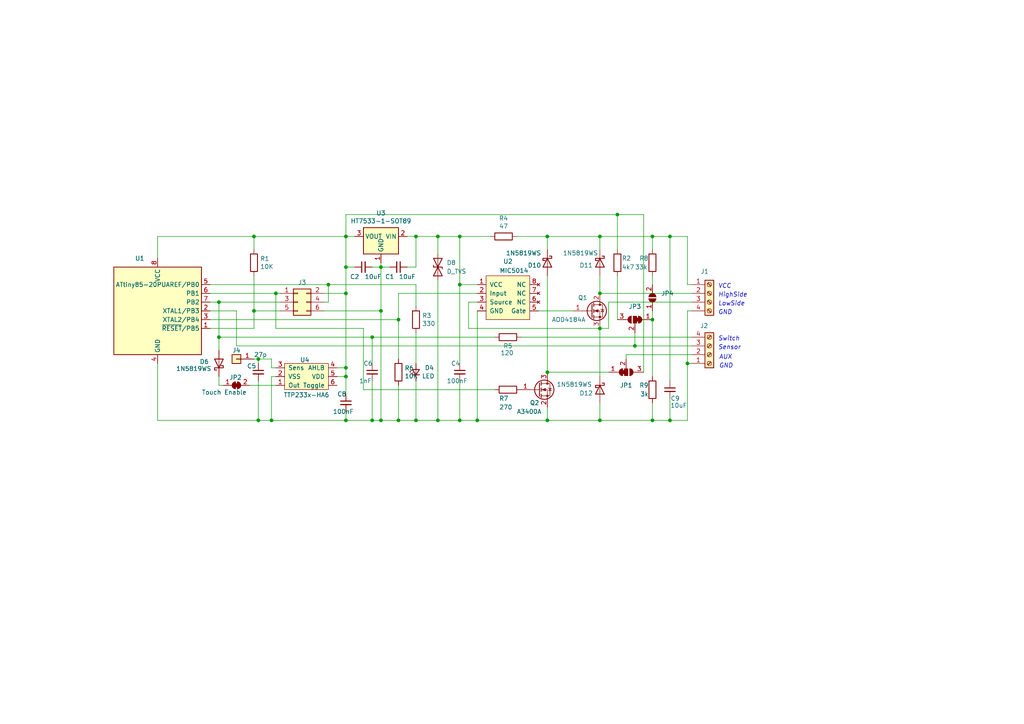
<source format=kicad_sch>
(kicad_sch (version 20231120) (generator "eeschema") (generator_version "8.0")
  (paper "A4")
  (lib_symbols
    (symbol "Connector:Screw_Terminal_01x04" (pin_names (offset 1.016) hide)
      (property "Reference" "J" (at 0 5.08 0))
      (property "Value" "Screw_Terminal_01x04" (at 0 -7.62 0))
      (symbol "Screw_Terminal_01x04_1_1"
        (rectangle (start -1.27 3.81) (end 1.27 -6.35) (stroke (width 0.254)) (fill (type background)))
        (circle (center 0 -5.08) (radius 0.635) (stroke (width 0.1524)))
        (circle (center 0 -2.54) (radius 0.635) (stroke (width 0.1524)))
        (polyline (pts (xy -0.5334 -4.7498) (xy 0.3302 -5.588)) (stroke (width 0.1524)))
        (polyline (pts (xy -0.5334 -2.2098) (xy 0.3302 -3.048)) (stroke (width 0.1524)))
        (polyline (pts (xy -0.5334 0.3302) (xy 0.3302 -0.508)) (stroke (width 0.1524)))
        (polyline (pts (xy -0.5334 2.8702) (xy 0.3302 2.032)) (stroke (width 0.1524)))
        (polyline (pts (xy -0.3556 -4.572) (xy 0.508 -5.4102)) (stroke (width 0.1524)))
        (polyline (pts (xy -0.3556 -2.032) (xy 0.508 -2.8702)) (stroke (width 0.1524)))
        (polyline (pts (xy -0.3556 0.508) (xy 0.508 -0.3302)) (stroke (width 0.1524)))
        (polyline (pts (xy -0.3556 3.048) (xy 0.508 2.2098)) (stroke (width 0.1524)))
        (circle (center 0 0) (radius 0.635) (stroke (width 0.1524)))
        (circle (center 0 2.54) (radius 0.635) (stroke (width 0.1524)))
        (pin passive line (at -5.08 2.54 0) (length 3.81) (name "Pin_1") (number "1"))
        (pin passive line (at -5.08 0 0) (length 3.81) (name "Pin_2") (number "2"))
        (pin passive line (at -5.08 -2.54 0) (length 3.81) (name "Pin_3") (number "3"))
        (pin passive line (at -5.08 -5.08 0) (length 3.81) (name "Pin_4") (number "4"))
      )
    )
    (symbol "Connector_Generic:Conn_01x01" (pin_names (offset 1.016) hide)
      (property "Reference" "J" (at 0 2.54 0))
      (property "Value" "Conn_01x01" (at 0 -2.54 0))
      (symbol "Conn_01x01_1_1"
        (rectangle (start -1.27 0.127) (end 0 -0.127) (stroke (width 0.1524)))
        (rectangle (start -1.27 1.27) (end 1.27 -1.27) (stroke (width 0.254)) (fill (type background)))
        (pin passive line (at -5.08 0 0) (length 3.81) (name "Pin_1") (number "1"))
      )
    )
    (symbol "Connector_Generic:Conn_02x03_Odd_Even" (pin_names (offset 1.016) hide)
      (property "Reference" "J" (at 1.27 5.08 0))
      (property "Value" "Conn_02x03_Odd_Even" (at 1.27 -5.08 0))
      (symbol "Conn_02x03_Odd_Even_1_1"
        (rectangle (start -1.27 -2.413) (end 0 -2.667) (stroke (width 0.1524)))
        (rectangle (start -1.27 0.127) (end 0 -0.127) (stroke (width 0.1524)))
        (rectangle (start -1.27 2.667) (end 0 2.413) (stroke (width 0.1524)))
        (rectangle (start -1.27 3.81) (end 3.81 -3.81) (stroke (width 0.254)) (fill (type background)))
        (rectangle (start 3.81 -2.413) (end 2.54 -2.667) (stroke (width 0.1524)))
        (rectangle (start 3.81 0.127) (end 2.54 -0.127) (stroke (width 0.1524)))
        (rectangle (start 3.81 2.667) (end 2.54 2.413) (stroke (width 0.1524)))
        (pin passive line (at -5.08 2.54 0) (length 3.81) (name "Pin_1") (number "1"))
        (pin passive line (at 7.62 2.54 180) (length 3.81) (name "Pin_2") (number "2"))
        (pin passive line (at -5.08 0 0) (length 3.81) (name "Pin_3") (number "3"))
        (pin passive line (at 7.62 0 180) (length 3.81) (name "Pin_4") (number "4"))
        (pin passive line (at -5.08 -2.54 0) (length 3.81) (name "Pin_5") (number "5"))
        (pin passive line (at 7.62 -2.54 180) (length 3.81) (name "Pin_6") (number "6"))
      )
    )
    (symbol "Device:C_Small" (pin_numbers hide) (pin_names (offset 0.254) hide)
      (property "Reference" "C" (at 0.254 1.778 0))
      (property "Value" "C_Small" (at 0.254 -2.032 0))
      (symbol "C_Small_0_1"
        (polyline (pts (xy -1.524 -0.508) (xy 1.524 -0.508)) (stroke (width 0.3302)))
        (polyline (pts (xy -1.524 0.508) (xy 1.524 0.508)) (stroke (width 0.3048)))
      )
      (symbol "C_Small_1_1"
        (pin passive line (at 0 2.54 270) (length 2.032) (name "~") (number "1"))
        (pin passive line (at 0 -2.54 90) (length 2.032) (name "~") (number "2"))
      )
    )
    (symbol "Device:D_TVS" (pin_numbers hide) (pin_names (offset 1.016) hide)
      (property "Reference" "D" (at 0 2.54 0))
      (property "Value" "D_TVS" (at 0 -2.54 0))
      (symbol "D_TVS_0_1"
        (polyline (pts (xy 1.27 0) (xy -1.27 0)))
        (polyline (pts (xy 0.508 1.27) (xy 0 1.27) (xy 0 -1.27) (xy -0.508 -1.27)) (stroke (width 0.254)))
        (polyline (pts (xy -2.54 1.27) (xy -2.54 -1.27) (xy 2.54 1.27) (xy 2.54 -1.27) (xy -2.54 1.27)) (stroke (width 0.254)))
      )
      (symbol "D_TVS_1_1"
        (pin passive line (at -3.81 0 0) (length 2.54) (name "A1") (number "1"))
        (pin passive line (at 3.81 0 180) (length 2.54) (name "A2") (number "2"))
      )
    )
    (symbol "Device:LED_Small" (pin_numbers hide) (pin_names (offset 0.254) hide)
      (property "Reference" "D" (at -1.27 3.175 0))
      (property "Value" "LED_Small" (at -4.445 -2.54 0))
      (symbol "LED_Small_0_1"
        (polyline (pts (xy -0.762 -1.016) (xy -0.762 1.016)) (stroke (width 0.254)))
        (polyline (pts (xy 1.016 0) (xy -0.762 0)))
        (polyline (pts (xy 0.762 -1.016) (xy -0.762 0) (xy 0.762 1.016) (xy 0.762 -1.016)) (stroke (width 0.254)))
        (polyline (pts (xy 0 0.762) (xy -0.508 1.27) (xy -0.254 1.27) (xy -0.508 1.27) (xy -0.508 1.016)))
        (polyline (pts (xy 0.508 1.27) (xy 0 1.778) (xy 0.254 1.778) (xy 0 1.778) (xy 0 1.524)))
      )
      (symbol "LED_Small_1_1"
        (pin passive line (at -2.54 0 0) (length 1.778) (name "K") (number "1"))
        (pin passive line (at 2.54 0 180) (length 1.778) (name "A") (number "2"))
      )
    )
    (symbol "Device:Q_NMOS_GDS" (pin_names (offset 0) hide)
      (property "Reference" "Q" (at 5.08 1.27 0))
      (property "Value" "Q_NMOS_GDS" (at 5.08 -1.27 0))
      (symbol "Q_NMOS_GDS_0_1"
        (polyline (pts (xy 0.254 0) (xy -2.54 0)))
        (polyline (pts (xy 0.254 1.905) (xy 0.254 -1.905)) (stroke (width 0.254)))
        (polyline (pts (xy 0.762 -1.27) (xy 0.762 -2.286)) (stroke (width 0.254)))
        (polyline (pts (xy 0.762 0.508) (xy 0.762 -0.508)) (stroke (width 0.254)))
        (polyline (pts (xy 0.762 2.286) (xy 0.762 1.27)) (stroke (width 0.254)))
        (polyline (pts (xy 2.54 2.54) (xy 2.54 1.778)))
        (polyline (pts (xy 2.54 -2.54) (xy 2.54 0) (xy 0.762 0)))
        (polyline (pts (xy 0.762 -1.778) (xy 3.302 -1.778) (xy 3.302 1.778) (xy 0.762 1.778)))
        (polyline (pts (xy 1.016 0) (xy 2.032 0.381) (xy 2.032 -0.381) (xy 1.016 0)) (fill (type outline)))
        (polyline (pts (xy 2.794 0.508) (xy 2.921 0.381) (xy 3.683 0.381) (xy 3.81 0.254)))
        (polyline (pts (xy 3.302 0.381) (xy 2.921 -0.254) (xy 3.683 -0.254) (xy 3.302 0.381)))
        (circle (center 1.651 0) (radius 2.794) (stroke (width 0.254)))
        (circle (center 2.54 -1.778) (radius 0.254) (fill (type outline)))
        (circle (center 2.54 1.778) (radius 0.254) (fill (type outline)))
      )
      (symbol "Q_NMOS_GDS_1_1"
        (pin input line (at -5.08 0 0) (length 2.54) (name "G") (number "1"))
        (pin passive line (at 2.54 5.08 270) (length 2.54) (name "D") (number "2"))
        (pin passive line (at 2.54 -5.08 90) (length 2.54) (name "S") (number "3"))
      )
    )
    (symbol "Device:Q_NMOS_GSD" (pin_names (offset 0) hide)
      (property "Reference" "Q" (at 5.08 1.27 0))
      (property "Value" "Q_NMOS_GSD" (at 5.08 -1.27 0))
      (symbol "Q_NMOS_GSD_0_1"
        (polyline (pts (xy 0.254 0) (xy -2.54 0)))
        (polyline (pts (xy 0.254 1.905) (xy 0.254 -1.905)) (stroke (width 0.254)))
        (polyline (pts (xy 0.762 -1.27) (xy 0.762 -2.286)) (stroke (width 0.254)))
        (polyline (pts (xy 0.762 0.508) (xy 0.762 -0.508)) (stroke (width 0.254)))
        (polyline (pts (xy 0.762 2.286) (xy 0.762 1.27)) (stroke (width 0.254)))
        (polyline (pts (xy 2.54 2.54) (xy 2.54 1.778)))
        (polyline (pts (xy 2.54 -2.54) (xy 2.54 0) (xy 0.762 0)))
        (polyline (pts (xy 0.762 -1.778) (xy 3.302 -1.778) (xy 3.302 1.778) (xy 0.762 1.778)))
        (polyline (pts (xy 1.016 0) (xy 2.032 0.381) (xy 2.032 -0.381) (xy 1.016 0)) (fill (type outline)))
        (polyline (pts (xy 2.794 0.508) (xy 2.921 0.381) (xy 3.683 0.381) (xy 3.81 0.254)))
        (polyline (pts (xy 3.302 0.381) (xy 2.921 -0.254) (xy 3.683 -0.254) (xy 3.302 0.381)))
        (circle (center 1.651 0) (radius 2.794) (stroke (width 0.254)))
        (circle (center 2.54 -1.778) (radius 0.254) (fill (type outline)))
        (circle (center 2.54 1.778) (radius 0.254) (fill (type outline)))
      )
      (symbol "Q_NMOS_GSD_1_1"
        (pin input line (at -5.08 0 0) (length 2.54) (name "G") (number "1"))
        (pin passive line (at 2.54 -5.08 90) (length 2.54) (name "S") (number "2"))
        (pin passive line (at 2.54 5.08 270) (length 2.54) (name "D") (number "3"))
      )
    )
    (symbol "Device:R" (pin_numbers hide) (pin_names (offset 0))
      (property "Reference" "R" (at 2.032 0 90))
      (property "Value" "R" (at 0 0 90))
      (symbol "R_0_1"
        (rectangle (start -1.016 -2.54) (end 1.016 2.54) (stroke (width 0.254)))
      )
      (symbol "R_1_1"
        (pin passive line (at 0 3.81 270) (length 1.27) (name "~") (number "1"))
        (pin passive line (at 0 -3.81 90) (length 1.27) (name "~") (number "2"))
      )
    )
    (symbol "Diode:1N5819WS" (pin_numbers hide) (pin_names (offset 1.016) hide)
      (property "Reference" "D" (at 0 2.54 0))
      (property "Value" "1N5819WS" (at 0 -2.54 0))
      (symbol "1N5819WS_0_1"
        (polyline (pts (xy 1.27 0) (xy -1.27 0)))
        (polyline (pts (xy 1.27 1.27) (xy 1.27 -1.27) (xy -1.27 0) (xy 1.27 1.27)) (stroke (width 0.254)))
        (polyline (pts (xy -1.905 0.635) (xy -1.905 1.27) (xy -1.27 1.27) (xy -1.27 -1.27) (xy -0.635 -1.27) (xy -0.635 -0.635)) (stroke (width 0.254)))
      )
      (symbol "1N5819WS_1_1"
        (pin passive line (at -3.81 0 0) (length 2.54) (name "K") (number "1"))
        (pin passive line (at 3.81 0 180) (length 2.54) (name "A") (number "2"))
      )
    )
    (symbol "GenControl2-rescue:ATtiny85-20PU-MCU_Microchip_ATtiny"
      (property "Reference" "U" (at -12.7 13.97 0))
      (property "Value" "MCU_Microchip_ATtiny_ATtiny85-20PU" (at 2.54 -13.97 0))
      (symbol "ATtiny85-20PU-MCU_Microchip_ATtiny_0_1"
        (rectangle (start -12.7 -12.7) (end 12.7 12.7) (stroke (width 0.254)) (fill (type background)))
      )
      (symbol "ATtiny85-20PU-MCU_Microchip_ATtiny_1_1"
        (pin bidirectional line (at 15.24 -5.08 180) (length 2.54) (name "~{RESET}/PB5") (number "1"))
        (pin bidirectional line (at 15.24 0 180) (length 2.54) (name "XTAL1/PB3") (number "2"))
        (pin bidirectional line (at 15.24 -2.54 180) (length 2.54) (name "XTAL2/PB4") (number "3"))
        (pin power_in line (at 0 -15.24 90) (length 2.54) (name "GND") (number "4"))
        (pin bidirectional line (at 15.24 7.62 180) (length 2.54) (name "AREF/PB0") (number "5"))
        (pin bidirectional line (at 15.24 5.08 180) (length 2.54) (name "PB1") (number "6"))
        (pin bidirectional line (at 15.24 2.54 180) (length 2.54) (name "PB2") (number "7"))
        (pin power_in line (at 0 15.24 270) (length 2.54) (name "VCC") (number "8"))
      )
    )
    (symbol "GenControl:MIC5014" (pin_names (offset 1.016))
      (property "Reference" "U" (at 0 -1.27 0))
      (property "Value" "MIC5014" (at 0 1.27 0))
      (symbol "MIC5014_0_1"
        (rectangle (start -6.35 -2.54) (end 6.35 -15.24) (fill (type background)))
      )
      (symbol "MIC5014_1_1"
        (pin power_in line (at -8.89 -5.08 0) (length 2.54) (name "VCC") (number "1"))
        (pin input line (at -8.89 -7.62 0) (length 2.54) (name "Input") (number "2"))
        (pin input line (at -8.89 -10.16 0) (length 2.54) (name "Source") (number "3"))
        (pin power_in line (at -8.89 -12.7 0) (length 2.54) (name "GND") (number "4"))
        (pin output line (at 8.89 -12.7 180) (length 2.54) (name "Gate") (number "5"))
        (pin no_connect line (at 8.89 -10.16 180) (length 2.54) (name "NC") (number "6"))
        (pin no_connect line (at 8.89 -7.62 180) (length 2.54) (name "NC") (number "7"))
        (pin no_connect line (at 8.89 -5.08 180) (length 2.54) (name "NC") (number "8"))
      )
    )
    (symbol "Jumper:SolderJumper_2_Bridged" (pin_names (offset 0) hide)
      (property "Reference" "JP" (at 0 2.032 0))
      (property "Value" "SolderJumper_2_Bridged" (at 0 -2.54 0))
      (symbol "SolderJumper_2_Bridged_0_1"
        (rectangle (start -0.508 0.508) (end 0.508 -0.508) (fill (type outline)))
        (arc (start -0.254 1.016) (mid -1.2656 0) (end -0.254 -1.016))
        (arc (start -0.254 1.016) (mid -1.2656 0) (end -0.254 -1.016) (fill (type outline)))
        (polyline (pts (xy -0.254 1.016) (xy -0.254 -1.016)))
        (polyline (pts (xy 0.254 1.016) (xy 0.254 -1.016)))
        (arc (start 0.254 -1.016) (mid 1.2656 0) (end 0.254 1.016))
        (arc (start 0.254 -1.016) (mid 1.2656 0) (end 0.254 1.016) (fill (type outline)))
      )
      (symbol "SolderJumper_2_Bridged_1_1"
        (pin passive line (at -3.81 0 0) (length 2.54) (name "A") (number "1"))
        (pin passive line (at 3.81 0 180) (length 2.54) (name "B") (number "2"))
      )
    )
    (symbol "Jumper:SolderJumper_2_Open" (pin_names (offset 0) hide)
      (property "Reference" "JP" (at 0 2.032 0))
      (property "Value" "SolderJumper_2_Open" (at 0 -2.54 0))
      (symbol "SolderJumper_2_Open_0_1"
        (arc (start -0.254 1.016) (mid -1.2656 0) (end -0.254 -1.016))
        (arc (start -0.254 1.016) (mid -1.2656 0) (end -0.254 -1.016) (fill (type outline)))
        (polyline (pts (xy -0.254 1.016) (xy -0.254 -1.016)))
        (polyline (pts (xy 0.254 1.016) (xy 0.254 -1.016)))
        (arc (start 0.254 -1.016) (mid 1.2656 0) (end 0.254 1.016))
        (arc (start 0.254 -1.016) (mid 1.2656 0) (end 0.254 1.016) (fill (type outline)))
      )
      (symbol "SolderJumper_2_Open_1_1"
        (pin passive line (at -3.81 0 0) (length 2.54) (name "A") (number "1"))
        (pin passive line (at 3.81 0 180) (length 2.54) (name "B") (number "2"))
      )
    )
    (symbol "Jumper:SolderJumper_3_Bridged12" (pin_names (offset 0) hide)
      (property "Reference" "JP" (at -2.54 -2.54 0))
      (property "Value" "SolderJumper_3_Bridged12" (at 0 2.794 0))
      (symbol "SolderJumper_3_Bridged12_0_1"
        (rectangle (start -1.016 0.508) (end -0.508 -0.508) (fill (type outline)))
        (arc (start -1.016 1.016) (mid -2.0276 0) (end -1.016 -1.016))
        (arc (start -1.016 1.016) (mid -2.0276 0) (end -1.016 -1.016) (fill (type outline)))
        (rectangle (start -0.508 1.016) (end 0.508 -1.016) (fill (type outline)))
        (polyline (pts (xy -2.54 0) (xy -2.032 0)))
        (polyline (pts (xy -1.016 1.016) (xy -1.016 -1.016)))
        (polyline (pts (xy 0 -1.27) (xy 0 -1.016)))
        (polyline (pts (xy 1.016 1.016) (xy 1.016 -1.016)))
        (polyline (pts (xy 2.54 0) (xy 2.032 0)))
        (arc (start 1.016 -1.016) (mid 2.0276 0) (end 1.016 1.016))
        (arc (start 1.016 -1.016) (mid 2.0276 0) (end 1.016 1.016) (fill (type outline)))
      )
      (symbol "SolderJumper_3_Bridged12_1_1"
        (pin passive line (at -5.08 0 0) (length 2.54) (name "A") (number "1"))
        (pin passive line (at 0 -3.81 90) (length 2.54) (name "C") (number "2"))
        (pin passive line (at 5.08 0 180) (length 2.54) (name "B") (number "3"))
      )
    )
    (symbol "Regulator_Linear:HT75xx-1-SOT89"
      (property "Reference" "U" (at -5.08 -3.81 0))
      (property "Value" "HT75xx-1-SOT89" (at 0 6.35 0))
      (symbol "HT75xx-1-SOT89_0_1"
        (rectangle (start -5.08 5.08) (end 5.08 -2.54) (stroke (width 0.254)) (fill (type background)))
      )
      (symbol "HT75xx-1-SOT89_1_1"
        (pin power_in line (at 0 -5.08 90) (length 2.54) (name "GND") (number "1"))
        (pin power_in line (at -7.62 2.54 0) (length 2.54) (name "VIN") (number "2"))
        (pin power_out line (at 7.62 2.54 180) (length 2.54) (name "VOUT") (number "3"))
      )
    )
    (symbol "tfl_ttp233x-HA6:TTP233x-HA6-New_Library" (pin_names (offset 1.016))
      (property "Reference" "U" (at 0 7.62 0))
      (property "Value" "New_Library_TTP233x-HA6" (at 0 5.08 0))
      (symbol "TTP233x-HA6-New_Library_0_1"
        (polyline (pts (xy -6.35 3.81) (xy -6.35 -3.81) (xy 6.35 -3.81) (xy 6.35 3.81) (xy -6.35 3.81)) (fill (type background)))
      )
      (symbol "TTP233x-HA6-New_Library_1_1"
        (pin output line (at -8.89 2.54 0) (length 2.54) (name "Out") (number "1"))
        (pin power_in line (at -8.89 0 0) (length 2.54) (name "VSS") (number "2"))
        (pin input line (at -8.89 -2.54 0) (length 2.54) (name "Sens") (number "3"))
        (pin input line (at 8.89 -2.54 180) (length 2.54) (name "AHLB") (number "4"))
        (pin power_in line (at 8.89 0 180) (length 2.54) (name "VDD") (number "5"))
        (pin input line (at 8.89 2.54 180) (length 2.54) (name "Toggle") (number "6"))
      )
    )
  )
  (junction (at 100.33 121.92))
  (junction (at 63.5 87.63))
  (junction (at 189.23 68.58))
  (junction (at 173.99 68.58))
  (junction (at 127 121.92))
  (junction (at 138.43 121.92))
  (junction (at 133.35 68.58))
  (junction (at 173.99 95.25))
  (junction (at 133.35 121.92))
  (junction (at 189.23 92.71))
  (junction (at 158.75 121.92))
  (junction (at 133.35 82.55))
  (junction (at 173.99 121.92))
  (junction (at 100.33 68.58))
  (junction (at 179.07 62.23))
  (junction (at 173.99 85.09))
  (junction (at 74.93 121.92))
  (junction (at 127 68.58))
  (junction (at 80.01 85.09))
  (junction (at 115.57 121.92))
  (junction (at 74.93 104.14))
  (junction (at 110.49 121.92))
  (junction (at 100.33 109.22))
  (junction (at 184.15 100.33))
  (junction (at 73.66 90.17))
  (junction (at 199.39 105.41))
  (junction (at 158.75 68.58))
  (junction (at 100.33 85.09))
  (junction (at 120.65 68.58))
  (junction (at 63.5 97.79))
  (junction (at 100.33 106.68))
  (junction (at 194.31 121.92))
  (junction (at 78.74 121.92))
  (junction (at 95.25 82.55))
  (junction (at 158.75 107.95))
  (junction (at 107.95 97.79))
  (junction (at 110.49 90.17))
  (junction (at 107.95 121.92))
  (junction (at 120.65 121.92))
  (junction (at 194.31 68.58))
  (junction (at 73.66 68.58))
  (junction (at 189.23 121.92))
  (junction (at 115.57 92.71))
  (junction (at 100.33 77.47))
  (junction (at 110.49 77.47))
  (wire (pts (xy 80.01 109.22) (xy 78.74 109.22)))
  (wire (pts (xy 78.74 121.92) (xy 100.33 121.92)))
  (wire (pts (xy 127 121.92) (xy 133.35 121.92)))
  (wire (pts (xy 156.21 90.17) (xy 166.37 90.17)))
  (wire (pts (xy 100.33 106.68) (xy 100.33 109.22)))
  (wire (pts (xy 189.23 116.84) (xy 189.23 121.92)))
  (wire (pts (xy 110.49 77.47) (xy 110.49 90.17)))
  (wire (pts (xy 73.66 68.58) (xy 100.33 68.58)))
  (wire (pts (xy 149.86 68.58) (xy 158.75 68.58)))
  (wire (pts (xy 184.15 96.52) (xy 184.15 100.33)))
  (wire (pts (xy 80.01 95.25) (xy 105.41 95.25)))
  (wire (pts (xy 194.31 68.58) (xy 199.39 68.58)))
  (wire (pts (xy 133.35 82.55) (xy 133.35 105.41)))
  (wire (pts (xy 63.5 111.76) (xy 64.77 111.76)))
  (wire (pts (xy 45.72 74.93) (xy 45.72 68.58)))
  (wire (pts (xy 173.99 68.58) (xy 189.23 68.58)))
  (wire (pts (xy 173.99 68.58) (xy 173.99 72.39)))
  (wire (pts (xy 72.39 111.76) (xy 80.01 111.76)))
  (wire (pts (xy 93.98 85.09) (xy 100.33 85.09)))
  (wire (pts (xy 45.72 105.41) (xy 45.72 121.92)))
  (wire (pts (xy 95.25 82.55) (xy 120.65 82.55)))
  (wire (pts (xy 63.5 87.63) (xy 63.5 97.79)))
  (wire (pts (xy 194.31 115.57) (xy 194.31 121.92)))
  (wire (pts (xy 110.49 121.92) (xy 115.57 121.92)))
  (wire (pts (xy 74.93 110.49) (xy 74.93 121.92)))
  (wire (pts (xy 110.49 90.17) (xy 110.49 121.92)))
  (wire (pts (xy 73.66 72.39) (xy 73.66 68.58)))
  (wire (pts (xy 189.23 92.71) (xy 189.23 109.22)))
  (wire (pts (xy 63.5 97.79) (xy 63.5 101.6)))
  (wire (pts (xy 173.99 80.01) (xy 173.99 85.09)))
  (wire (pts (xy 100.33 68.58) (xy 102.87 68.58)))
  (wire (pts (xy 107.95 105.41) (xy 107.95 97.79)))
  (wire (pts (xy 199.39 82.55) (xy 200.66 82.55)))
  (wire (pts (xy 158.75 121.92) (xy 173.99 121.92)))
  (wire (pts (xy 100.33 77.47) (xy 102.87 77.47)))
  (wire (pts (xy 158.75 107.95) (xy 176.53 107.95)))
  (wire (pts (xy 135.89 87.63) (xy 135.89 95.25)))
  (wire (pts (xy 173.99 95.25) (xy 176.53 95.25)))
  (wire (pts (xy 73.66 104.14) (xy 74.93 104.14)))
  (wire (pts (xy 158.75 68.58) (xy 158.75 72.39)))
  (wire (pts (xy 100.33 77.47) (xy 100.33 68.58)))
  (wire (pts (xy 93.98 87.63) (xy 95.25 87.63)))
  (wire (pts (xy 73.66 90.17) (xy 81.28 90.17)))
  (wire (pts (xy 73.66 80.01) (xy 73.66 90.17)))
  (wire (pts (xy 199.39 90.17) (xy 200.66 90.17)))
  (wire (pts (xy 118.11 68.58) (xy 120.65 68.58)))
  (wire (pts (xy 107.95 110.49) (xy 107.95 121.92)))
  (wire (pts (xy 120.65 68.58) (xy 127 68.58)))
  (wire (pts (xy 63.5 109.22) (xy 63.5 111.76)))
  (wire (pts (xy 189.23 121.92) (xy 194.31 121.92)))
  (wire (pts (xy 127 68.58) (xy 127 73.66)))
  (wire (pts (xy 133.35 68.58) (xy 133.35 82.55)))
  (wire (pts (xy 60.96 92.71) (xy 115.57 92.71)))
  (wire (pts (xy 74.93 104.14) (xy 74.93 105.41)))
  (wire (pts (xy 63.5 97.79) (xy 107.95 97.79)))
  (wire (pts (xy 173.99 116.84) (xy 173.99 121.92)))
  (wire (pts (xy 80.01 85.09) (xy 81.28 85.09)))
  (wire (pts (xy 127 81.28) (xy 127 121.92)))
  (wire (pts (xy 100.33 106.68) (xy 97.79 106.68)))
  (wire (pts (xy 184.15 100.33) (xy 200.66 100.33)))
  (wire (pts (xy 176.53 95.25) (xy 176.53 87.63)))
  (wire (pts (xy 120.65 121.92) (xy 127 121.92)))
  (wire (pts (xy 78.74 109.22) (xy 78.74 121.92)))
  (wire (pts (xy 100.33 62.23) (xy 100.33 68.58)))
  (wire (pts (xy 173.99 85.09) (xy 200.66 85.09)))
  (wire (pts (xy 173.99 121.92) (xy 189.23 121.92)))
  (wire (pts (xy 133.35 110.49) (xy 133.35 121.92)))
  (wire (pts (xy 135.89 95.25) (xy 173.99 95.25)))
  (wire (pts (xy 78.74 106.68) (xy 80.01 106.68)))
  (wire (pts (xy 133.35 82.55) (xy 138.43 82.55)))
  (wire (pts (xy 78.74 104.14) (xy 74.93 104.14)))
  (wire (pts (xy 107.95 121.92) (xy 110.49 121.92)))
  (wire (pts (xy 199.39 105.41) (xy 199.39 121.92)))
  (wire (pts (xy 133.35 68.58) (xy 142.24 68.58)))
  (wire (pts (xy 105.41 113.03) (xy 143.51 113.03)))
  (wire (pts (xy 107.95 97.79) (xy 143.51 97.79)))
  (wire (pts (xy 60.96 87.63) (xy 63.5 87.63)))
  (wire (pts (xy 151.13 97.79) (xy 200.66 97.79)))
  (wire (pts (xy 138.43 121.92) (xy 158.75 121.92)))
  (wire (pts (xy 107.95 77.47) (xy 110.49 77.47)))
  (wire (pts (xy 199.39 90.17) (xy 199.39 105.41)))
  (wire (pts (xy 80.01 85.09) (xy 80.01 95.25)))
  (wire (pts (xy 100.33 77.47) (xy 100.33 85.09)))
  (wire (pts (xy 115.57 92.71) (xy 115.57 104.14)))
  (wire (pts (xy 176.53 87.63) (xy 200.66 87.63)))
  (wire (pts (xy 173.99 95.25) (xy 173.99 109.22)))
  (wire (pts (xy 45.72 68.58) (xy 73.66 68.58)))
  (wire (pts (xy 189.23 80.01) (xy 189.23 82.55)))
  (wire (pts (xy 115.57 85.09) (xy 138.43 85.09)))
  (wire (pts (xy 158.75 118.11) (xy 158.75 121.92)))
  (wire (pts (xy 186.69 107.95) (xy 186.69 62.23)))
  (wire (pts (xy 60.96 95.25) (xy 73.66 95.25)))
  (wire (pts (xy 158.75 80.01) (xy 158.75 107.95)))
  (wire (pts (xy 120.65 110.49) (xy 120.65 121.92)))
  (wire (pts (xy 120.65 96.52) (xy 120.65 105.41)))
  (wire (pts (xy 133.35 121.92) (xy 138.43 121.92)))
  (wire (pts (xy 179.07 62.23) (xy 179.07 72.39)))
  (wire (pts (xy 110.49 76.2) (xy 110.49 77.47)))
  (wire (pts (xy 74.93 121.92) (xy 78.74 121.92)))
  (wire (pts (xy 110.49 77.47) (xy 113.03 77.47)))
  (wire (pts (xy 78.74 104.14) (xy 78.74 106.68)))
  (wire (pts (xy 93.98 90.17) (xy 110.49 90.17)))
  (wire (pts (xy 127 68.58) (xy 133.35 68.58)))
  (wire (pts (xy 189.23 68.58) (xy 194.31 68.58)))
  (wire (pts (xy 179.07 80.01) (xy 179.07 92.71)))
  (wire (pts (xy 63.5 87.63) (xy 81.28 87.63)))
  (wire (pts (xy 199.39 68.58) (xy 199.39 82.55)))
  (wire (pts (xy 100.33 85.09) (xy 100.33 106.68)))
  (wire (pts (xy 118.11 77.47) (xy 120.65 77.47)))
  (wire (pts (xy 120.65 82.55) (xy 120.65 88.9)))
  (wire (pts (xy 100.33 121.92) (xy 107.95 121.92)))
  (wire (pts (xy 105.41 95.25) (xy 105.41 113.03)))
  (wire (pts (xy 95.25 87.63) (xy 95.25 82.55)))
  (wire (pts (xy 194.31 121.92) (xy 199.39 121.92)))
  (wire (pts (xy 158.75 68.58) (xy 173.99 68.58)))
  (wire (pts (xy 181.61 102.87) (xy 200.66 102.87)))
  (wire (pts (xy 60.96 85.09) (xy 80.01 85.09)))
  (wire (pts (xy 115.57 85.09) (xy 115.57 92.71)))
  (wire (pts (xy 138.43 87.63) (xy 135.89 87.63)))
  (wire (pts (xy 179.07 62.23) (xy 100.33 62.23)))
  (wire (pts (xy 60.96 82.55) (xy 95.25 82.55)))
  (wire (pts (xy 100.33 109.22) (xy 100.33 114.3)))
  (wire (pts (xy 189.23 68.58) (xy 189.23 72.39)))
  (wire (pts (xy 115.57 121.92) (xy 120.65 121.92)))
  (wire (pts (xy 45.72 121.92) (xy 74.93 121.92)))
  (wire (pts (xy 68.58 90.17) (xy 68.58 100.33)))
  (wire (pts (xy 100.33 109.22) (xy 97.79 109.22)))
  (wire (pts (xy 200.66 105.41) (xy 199.39 105.41)))
  (wire (pts (xy 181.61 102.87) (xy 181.61 104.14)))
  (wire (pts (xy 179.07 62.23) (xy 186.69 62.23)))
  (wire (pts (xy 68.58 90.17) (xy 60.96 90.17)))
  (wire (pts (xy 100.33 119.38) (xy 100.33 121.92)))
  (wire (pts (xy 68.58 100.33) (xy 184.15 100.33)))
  (wire (pts (xy 138.43 90.17) (xy 138.43 121.92)))
  (wire (pts (xy 73.66 90.17) (xy 73.66 95.25)))
  (wire (pts (xy 115.57 111.76) (xy 115.57 121.92)))
  (wire (pts (xy 120.65 77.47) (xy 120.65 68.58)))
  (wire (pts (xy 189.23 90.17) (xy 189.23 92.71)))
  (wire (pts (xy 194.31 68.58) (xy 194.31 110.49)))
  (text "AUX" (at 208.534 104.394 0) (effects (font (size 1.27 1.27) (italic yes)) (justify left bottom)))
  (text "GND" (at 208.28 91.44 0) (effects (font (size 1.27 1.27) (italic yes)) (justify left bottom)))
  (text "VCC" (at 208.28 83.82 0) (effects (font (size 1.27 1.27) (italic yes)) (justify left bottom)))
  (text "LowSide" (at 208.28 88.9 0) (effects (font (size 1.27 1.27) (italic yes)) (justify left bottom)))
  (text "Switch" (at 208.28 99.06 0) (effects (font (size 1.27 1.27) (italic yes)) (justify left bottom)))
  (text "GND" (at 208.534 106.934 0) (effects (font (size 1.27 1.27) (italic yes)) (justify left bottom)))
  (text "Sensor" (at 208.28 101.6 0) (effects (font (size 1.27 1.27) (italic yes)) (justify left bottom)))
  (text "HighSide" (at 208.28 86.36 0) (effects (font (size 1.27 1.27) (italic yes)) (justify left bottom)))
  (symbol (lib_id "GenControl2-rescue:ATtiny85-20PU-MCU_Microchip_ATtiny") (at 45.72 90.17 0) (unit 1)
    (property "Reference" "U1" (at 41.91 74.93 0) (effects (justify right)))
    (property "Value" "ATtiny85-20PU" (at 48.26 82.55 0) (effects (justify right)))
    (property "Footprint" "Package_SO:SOIJ-8_5.3x5.3mm_P1.27mm" (effects (hide yes)))
    (property "Datasheet" "http://ww1.microchip.com/downloads/en/DeviceDoc/atmel-2586-avr-8-bit-microcontroller-attiny25-attiny45-attiny85_datasheet.pdf" (effects (hide yes)))
    (property "LCSC" "C62689" (effects (hide yes)))
  )
  (symbol (lib_id "GenControl:MIC5014") (at 147.32 77.47 0) (unit 1)
    (property "Reference" "U2" (at 147.32 75.819 0))
    (property "Value" "MIC5014" (at 149.098 78.486 0))
    (property "Footprint" "Package_SO:SOIC-8_3.9x4.9mm_P1.27mm" (effects (hide yes)))
    (property "LCSC" "C637554" (effects (hide yes)))
  )
  (symbol (lib_id "Device:Q_NMOS_GDS") (at 171.45 90.17 0) (unit 1)
    (property "Reference" "Q1" (at 167.64 86.36 0) (effects (justify left)))
    (property "Value" "AOD4184A" (at 160.02 92.71 0) (effects (justify left)))
    (property "Footprint" "Package_TO_SOT_SMD:TO-252-2" (effects (hide yes)))
    (property "Description" "C99124" (effects (hide yes)))
    (property "LCSC" "C99124" (effects (hide yes)))
  )
  (symbol (lib_id "Regulator_Linear:HT75xx-1-SOT89") (at 110.49 71.12 0) (mirror y) (unit 1)
    (property "Reference" "U3" (at 110.49 61.7982 0))
    (property "Value" "HT7533-1-SOT89" (at 110.49 64.1096 0))
    (property "Footprint" "Package_TO_SOT_SMD:SOT-89-3" (effects (hide yes)))
    (property "Datasheet" "https://www.holtek.com/documents/10179/116711/HT75xx-1v250.pdf" (effects (hide yes)))
    (property "Description" "C14289" (effects (hide yes)))
    (property "LCSC" "C14289" (effects (hide yes)))
  )
  (symbol (lib_id "Device:C_Small") (at 133.35 107.95 0) (unit 1)
    (property "Reference" "C4" (at 130.81 105.41 0) (effects (justify left)))
    (property "Value" "100nF" (at 129.54 110.49 0) (effects (justify left)))
    (property "Footprint" "Capacitor_SMD:C_0603_1608Metric" (effects (hide yes)))
    (property "Description" "C14663" (effects (hide yes)))
    (property "LCSC" "C14663" (effects (hide yes)))
  )
  (symbol (lib_id "Device:R") (at 73.66 76.2 0) (unit 1)
    (property "Reference" "R1" (at 75.438 75.0316 0) (effects (justify left)))
    (property "Value" "10K" (at 75.438 77.343 0) (effects (justify left)))
    (property "Footprint" "Resistor_SMD:R_0603_1608Metric" (effects (hide yes)))
    (property "Description" "C25804" (effects (hide yes)))
    (property "LCSC" "C25804" (effects (hide yes)))
  )
  (symbol (lib_id "Device:C_Small") (at 105.41 77.47 90) (unit 1)
    (property "Reference" "C2" (at 102.87 80.264 90))
    (property "Value" "10uF" (at 108.204 80.264 90))
    (property "Footprint" "Capacitor_SMD:C_0603_1608Metric" (effects (hide yes)))
    (property "Description" "C19702" (effects (hide yes)))
    (property "LCSC" "C19702" (effects (hide yes)))
  )
  (symbol (lib_id "Device:C_Small") (at 115.57 77.47 270) (unit 1)
    (property "Reference" "C1" (at 113.03 80.264 90))
    (property "Value" "10uF" (at 118.11 80.264 90))
    (property "Footprint" "Capacitor_SMD:C_0805_2012Metric" (effects (hide yes)))
    (property "Description" "C440198" (effects (hide yes)))
    (property "LCSC" "C440198" (effects (hide yes)))
  )
  (symbol (lib_id "Device:R") (at 120.65 92.71 0) (unit 1)
    (property "Reference" "R3" (at 122.428 91.5416 0) (effects (justify left)))
    (property "Value" "330" (at 122.428 93.853 0) (effects (justify left)))
    (property "Footprint" "Resistor_SMD:R_0603_1608Metric" (effects (hide yes)))
    (property "Description" "C881395" (effects (hide yes)))
    (property "LCSC" "C881395" (effects (hide yes)))
  )
  (symbol (lib_id "Device:LED_Small") (at 120.65 107.95 90) (unit 1)
    (property "Reference" "D4" (at 123.19 106.68 90) (effects (justify right)))
    (property "Value" "LED" (at 122.3772 109.093 90) (effects (justify right)))
    (property "Footprint" "LED_THT:LED_D3.0mm" (effects (hide yes)))
    (property "Description" "C72043" (effects (hide yes)))
  )
  (symbol (lib_id "Device:R") (at 179.07 76.2 0) (unit 1)
    (property "Reference" "R2" (at 180.34 74.93 0) (effects (justify left)))
    (property "Value" "4k7" (at 180.34 77.47 0) (effects (justify left)))
    (property "Footprint" "Resistor_SMD:R_0603_1608Metric" (effects (hide yes)))
    (property "Description" "C23162" (effects (hide yes)))
    (property "LCSC" "C23162" (effects (hide yes)))
  )
  (symbol (lib_id "Connector:Screw_Terminal_01x04") (at 205.74 85.09 0) (unit 1)
    (property "Reference" "J1" (at 203.2 78.74 0) (effects (justify left)))
    (property "Value" "Screw_Terminal_01x04" (effects (hide yes)))
    (property "Footprint" "TerminalBlock_Phoenix:TerminalBlock_Phoenix_MKDS-1,5-4_1x04_P5.00mm_Horizontal" (effects (hide yes)))
  )
  (symbol (lib_id "Connector:Screw_Terminal_01x04") (at 205.74 102.87 0) (mirror x) (unit 1)
    (property "Reference" "J2" (at 204.216 94.488 0))
    (property "Value" "Screw_Terminal_01x04" (effects (hide yes)))
    (property "Footprint" "TerminalBlock_Phoenix:TerminalBlock_Phoenix_MKDS-1,5-4_1x04_P5.00mm_Horizontal" (effects (hide yes)))
  )
  (symbol (lib_id "Device:R") (at 146.05 68.58 270) (unit 1)
    (property "Reference" "R4" (at 146.05 63.3222 90))
    (property "Value" "47" (at 146.05 65.6336 90))
    (property "Footprint" "Resistor_SMD:R_0603_1608Metric" (effects (hide yes)))
    (property "Description" "C881191" (effects (hide yes)))
    (property "LCSC" "C23182" (effects (hide yes)))
  )
  (symbol (lib_id "Device:R") (at 147.32 97.79 270) (unit 1)
    (property "Reference" "R5" (at 147.32 100.33 90))
    (property "Value" "120" (at 147.066 102.362 90))
    (property "Footprint" "Resistor_SMD:R_0603_1608Metric" (effects (hide yes)))
    (property "Description" "C22787" (effects (hide yes)))
    (property "LCSC" "C22787" (effects (hide yes)))
  )
  (symbol (lib_id "Device:C_Small") (at 107.95 107.95 0) (unit 1)
    (property "Reference" "C6" (at 105.41 105.41 0) (effects (justify left)))
    (property "Value" "1nF" (at 104.14 110.49 0) (effects (justify left)))
    (property "Footprint" "Capacitor_SMD:C_0603_1608Metric" (effects (hide yes)))
    (property "LCSC" "C1588" (effects (hide yes)))
  )
  (symbol (lib_id "Connector_Generic:Conn_02x03_Odd_Even") (at 86.36 87.63 0) (unit 1) (in_bom no)
    (property "Reference" "J3" (at 87.63 81.915 0))
    (property "Value" "Conn_02x03_Odd_Even" (effects (hide yes)))
    (property "Footprint" "projects:SPI_programmer" (effects (hide yes)))
  )
  (symbol (lib_id "Device:Q_NMOS_GSD") (at 156.21 113.03 0) (unit 1)
    (property "Reference" "Q2" (at 153.67 116.84 0) (effects (justify left)))
    (property "Value" "A3400A" (at 149.86 119.38 0) (effects (justify left)))
    (property "Footprint" "Package_TO_SOT_SMD:SOT-23" (effects (hide yes)))
    (property "Description" "C20917" (effects (hide yes)))
    (property "LCSC" "C20917" (effects (hide yes)))
  )
  (symbol (lib_id "Device:R") (at 147.32 113.03 270) (unit 1)
    (property "Reference" "R7" (at 144.78 115.57 90) (effects (justify left)))
    (property "Value" "270" (at 144.78 118.11 90) (effects (justify left)))
    (property "Footprint" "Resistor_SMD:R_0603_1608Metric" (effects (hide yes)))
    (property "Description" "C22966" (effects (hide yes)))
    (property "LCSC" "C22966" (effects (hide yes)))
  )
  (symbol (lib_id "Jumper:SolderJumper_2_Open") (at 189.23 86.36 90) (unit 1)
    (property "Reference" "JP4" (at 191.77 85.0899 90) (effects (justify right)))
    (property "Value" "SolderJumper_2_Open" (effects (hide yes)))
    (property "Footprint" "Jumper:SolderJumper-2_P1.3mm_Open_RoundedPad1.0x1.5mm" (effects (hide yes)))
    (property "Description" "Solder Jumper, 2-pole, open" (effects (hide yes)))
  )
  (symbol (lib_id "Jumper:SolderJumper_2_Bridged") (at 68.58 111.76 0) (unit 1)
    (property "Reference" "JP2" (at 68.326 109.474 0))
    (property "Value" "Touch Enable" (at 65.024 113.792 0))
    (property "Footprint" "Jumper:SolderJumper-2_P1.3mm_Bridged_RoundedPad1.0x1.5mm" (effects (hide yes)))
    (property "Description" "Solder Jumper, 2-pole, closed/bridged" (effects (hide yes)))
  )
  (symbol (lib_id "tfl_ttp233x-HA6:TTP233x-HA6-New_Library") (at 88.9 109.22 0) (mirror x) (unit 1)
    (property "Reference" "U4" (at 88.392 104.394 0))
    (property "Value" "TTP233x-HA6" (at 88.9 114.554 0))
    (property "Footprint" "Package_TO_SOT_SMD:SOT-23-6" (effects (hide yes)))
    (property "LCSC" "C2835626" (effects (hide yes)))
  )
  (symbol (lib_id "Jumper:SolderJumper_3_Bridged12") (at 181.61 107.95 0) (mirror x) (unit 1)
    (property "Reference" "JP1" (at 181.61 111.76 0))
    (property "Value" "SolderJumper_3_Bridged12" (effects (hide yes)))
    (property "Footprint" "Jumper:SolderJumper-3_P1.3mm_Bridged12_RoundedPad1.0x1.5mm" (effects (hide yes)))
    (property "Description" "3-pole Solder Jumper, pins 1+2 closed/bridged" (effects (hide yes)))
  )
  (symbol (lib_id "Device:R") (at 189.23 76.2 0) (unit 1)
    (property "Reference" "R8" (at 185.42 74.93 0) (effects (justify left)))
    (property "Value" "33k" (at 184.15 77.47 0) (effects (justify left)))
    (property "Footprint" "Resistor_SMD:R_0603_1608Metric" (effects (hide yes)))
    (property "Description" "C4216" (effects (hide yes)))
    (property "LCSC" "C4216" (effects (hide yes)))
  )
  (symbol (lib_id "Diode:1N5819WS") (at 173.99 113.03 270) (unit 1)
    (property "Reference" "D12" (at 171.958 114.046 90) (effects (justify right)))
    (property "Value" "1N5819WS" (at 171.704 111.506 90) (effects (justify right)))
    (property "Footprint" "Diode_SMD:D_SOD-323" (effects (hide yes)))
    (property "Datasheet" "https://datasheet.lcsc.com/lcsc/2204281430_Guangdong-Hottech-1N5819WS_C191023.pdf" (effects (hide yes)))
    (property "Description" "40V 600mV@1A 1A SOD-323 Schottky Barrier Diodes, SOD-323" (effects (hide yes)))
    (property "LCSC" "C191023" (effects (hide yes)))
  )
  (symbol (lib_id "Device:C_Small") (at 74.93 107.95 0) (unit 1)
    (property "Reference" "C5" (at 71.628 106.172 0) (effects (justify left)))
    (property "Value" "27p" (at 73.66 102.87 0) (effects (justify left)))
    (property "Footprint" "Capacitor_SMD:C_0603_1608Metric" (effects (hide yes)))
    (property "Description" "Unpolarized capacitor, small symbol" (effects (hide yes)))
    (property "LCSC" "C92670" (effects (hide yes)))
  )
  (symbol (lib_id "Device:R") (at 189.23 113.03 0) (unit 1)
    (property "Reference" "R9" (at 185.42 111.76 0) (effects (justify left)))
    (property "Value" "3k" (at 185.674 114.3 0) (effects (justify left)))
    (property "Footprint" "Resistor_SMD:R_0603_1608Metric" (effects (hide yes)))
    (property "Description" "C4211" (effects (hide yes)))
    (property "LCSC" "C4211" (effects (hide yes)))
  )
  (symbol (lib_id "Diode:1N5819WS") (at 173.99 76.2 270) (unit 1)
    (property "Reference" "D11" (at 171.958 76.962 90) (effects (justify right)))
    (property "Value" "1N5819WS" (at 173.482 73.406 90) (effects (justify right)))
    (property "Footprint" "Diode_SMD:D_SOD-323" (effects (hide yes)))
    (property "Datasheet" "https://datasheet.lcsc.com/lcsc/2204281430_Guangdong-Hottech-1N5819WS_C191023.pdf" (effects (hide yes)))
    (property "Description" "40V 600mV@1A 1A SOD-323 Schottky Barrier Diodes, SOD-323" (effects (hide yes)))
    (property "LCSC" "C191023" (effects (hide yes)))
  )
  (symbol (lib_id "Device:C_Small") (at 100.33 116.84 0) (unit 1)
    (property "Reference" "C8" (at 97.79 114.3 0) (effects (justify left)))
    (property "Value" "100nF" (at 96.52 119.38 0) (effects (justify left)))
    (property "Footprint" "Capacitor_SMD:C_0603_1608Metric" (effects (hide yes)))
    (property "Description" "C14663" (effects (hide yes)))
    (property "LCSC" "C14663" (effects (hide yes)))
  )
  (symbol (lib_id "Device:C_Small") (at 194.31 113.03 0) (unit 1)
    (property "Reference" "C9" (at 195.834 115.57 0))
    (property "Value" "10uF" (at 196.85 117.602 0))
    (property "Footprint" "Capacitor_SMD:C_0805_2012Metric" (effects (hide yes)))
    (property "Description" "C440198" (effects (hide yes)))
    (property "LCSC" "C440198" (effects (hide yes)))
  )
  (symbol (lib_id "Device:R") (at 115.57 107.95 0) (unit 1)
    (property "Reference" "R6" (at 117.348 106.7816 0) (effects (justify left)))
    (property "Value" "10K" (at 117.348 109.093 0) (effects (justify left)))
    (property "Footprint" "Resistor_SMD:R_0603_1608Metric" (effects (hide yes)))
    (property "Description" "C25804" (effects (hide yes)))
    (property "LCSC" "C25804" (effects (hide yes)))
  )
  (symbol (lib_id "Diode:1N5819WS") (at 158.75 76.2 270) (unit 1)
    (property "Reference" "D10" (at 156.972 76.962 90) (effects (justify right)))
    (property "Value" "1N5819WS" (at 156.972 73.406 90) (effects (justify right)))
    (property "Footprint" "Diode_SMD:D_SOD-323" (effects (hide yes)))
    (property "Datasheet" "https://datasheet.lcsc.com/lcsc/2204281430_Guangdong-Hottech-1N5819WS_C191023.pdf" (effects (hide yes)))
    (property "Description" "40V 600mV@1A 1A SOD-323 Schottky Barrier Diodes, SOD-323" (effects (hide yes)))
    (property "LCSC" "C191023" (effects (hide yes)))
  )
  (symbol (lib_id "Jumper:SolderJumper_3_Bridged12") (at 184.15 92.71 0) (mirror y) (unit 1)
    (property "Reference" "JP3" (at 184.15 88.9 0))
    (property "Value" "SolderJumper_3_Bridged12" (effects (hide yes)))
    (property "Footprint" "Jumper:SolderJumper-3_P1.3mm_Bridged12_RoundedPad1.0x1.5mm" (effects (hide yes)))
    (property "Description" "3-pole Solder Jumper, pins 1+2 closed/bridged" (effects (hide yes)))
  )
  (symbol (lib_id "Diode:1N5819WS") (at 63.5 105.41 90) (unit 1)
    (property "Reference" "D6" (at 57.912 104.902 90) (effects (justify right)))
    (property "Value" "1N5819WS" (at 51.054 106.934 90) (effects (justify right)))
    (property "Footprint" "Diode_SMD:D_SOD-323" (effects (hide yes)))
    (property "Datasheet" "https://datasheet.lcsc.com/lcsc/2204281430_Guangdong-Hottech-1N5819WS_C191023.pdf" (effects (hide yes)))
    (property "Description" "40V 600mV@1A 1A SOD-323 Schottky Barrier Diodes, SOD-323" (effects (hide yes)))
    (property "LCSC" "C191023" (effects (hide yes)))
  )
  (symbol (lib_id "Connector_Generic:Conn_01x01") (at 68.58 104.14 180) (unit 1) (in_bom no)
    (property "Reference" "J4" (at 68.58 101.6 0))
    (property "Value" "Conn_01x01" (effects (hide yes)))
    (property "Footprint" "Connector_Wire:SolderWire-0.1sqmm_1x01_D0.4mm_OD1mm" (effects (hide yes)))
    (property "Description" "Generic connector, single row, 01x01, script generated (kicad-library-utils/schlib/autogen/connector/)" (effects (hide yes)))
  )
  (symbol (lib_id "Device:D_TVS") (at 127 77.47 90) (unit 1)
    (property "Reference" "D8" (at 129.54 76.1999 90) (effects (justify right)))
    (property "Value" "D_TVS" (at 129.54 78.7399 90) (effects (justify right)))
    (property "Footprint" "Diode_SMD:D_SOD-323" (effects (hide yes)))
    (property "Description" "Bidirectional transient-voltage-suppression diode" (effects (hide yes)))
    (property "LCSC" "C918846" (effects (hide yes)))
  )
)
</source>
